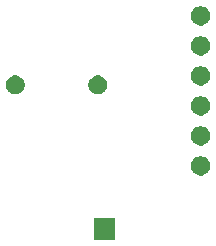
<source format=gbr>
G04 #@! TF.GenerationSoftware,KiCad,Pcbnew,(5.1.5)-3*
G04 #@! TF.CreationDate,2020-12-21T12:43:05+01:00*
G04 #@! TF.ProjectId,epimetheus_vl53l0x,6570696d-6574-4686-9575-735f766c3533,rev?*
G04 #@! TF.SameCoordinates,Original*
G04 #@! TF.FileFunction,Soldermask,Bot*
G04 #@! TF.FilePolarity,Negative*
%FSLAX46Y46*%
G04 Gerber Fmt 4.6, Leading zero omitted, Abs format (unit mm)*
G04 Created by KiCad (PCBNEW (5.1.5)-3) date 2020-12-21 12:43:05*
%MOMM*%
%LPD*%
G04 APERTURE LIST*
%ADD10C,0.100000*%
G04 APERTURE END LIST*
D10*
G36*
X171843000Y-44081000D02*
G01*
X170041000Y-44081000D01*
X170041000Y-42279000D01*
X171843000Y-42279000D01*
X171843000Y-44081000D01*
G37*
G36*
X179307142Y-37064242D02*
G01*
X179455101Y-37125529D01*
X179588255Y-37214499D01*
X179701501Y-37327745D01*
X179790471Y-37460899D01*
X179851758Y-37608858D01*
X179883000Y-37765925D01*
X179883000Y-37926075D01*
X179851758Y-38083142D01*
X179790471Y-38231101D01*
X179701501Y-38364255D01*
X179588255Y-38477501D01*
X179455101Y-38566471D01*
X179307142Y-38627758D01*
X179150075Y-38659000D01*
X178989925Y-38659000D01*
X178832858Y-38627758D01*
X178684899Y-38566471D01*
X178551745Y-38477501D01*
X178438499Y-38364255D01*
X178349529Y-38231101D01*
X178288242Y-38083142D01*
X178257000Y-37926075D01*
X178257000Y-37765925D01*
X178288242Y-37608858D01*
X178349529Y-37460899D01*
X178438499Y-37327745D01*
X178551745Y-37214499D01*
X178684899Y-37125529D01*
X178832858Y-37064242D01*
X178989925Y-37033000D01*
X179150075Y-37033000D01*
X179307142Y-37064242D01*
G37*
G36*
X179307142Y-34524242D02*
G01*
X179455101Y-34585529D01*
X179588255Y-34674499D01*
X179701501Y-34787745D01*
X179790471Y-34920899D01*
X179851758Y-35068858D01*
X179883000Y-35225925D01*
X179883000Y-35386075D01*
X179851758Y-35543142D01*
X179790471Y-35691101D01*
X179701501Y-35824255D01*
X179588255Y-35937501D01*
X179455101Y-36026471D01*
X179307142Y-36087758D01*
X179150075Y-36119000D01*
X178989925Y-36119000D01*
X178832858Y-36087758D01*
X178684899Y-36026471D01*
X178551745Y-35937501D01*
X178438499Y-35824255D01*
X178349529Y-35691101D01*
X178288242Y-35543142D01*
X178257000Y-35386075D01*
X178257000Y-35225925D01*
X178288242Y-35068858D01*
X178349529Y-34920899D01*
X178438499Y-34787745D01*
X178551745Y-34674499D01*
X178684899Y-34585529D01*
X178832858Y-34524242D01*
X178989925Y-34493000D01*
X179150075Y-34493000D01*
X179307142Y-34524242D01*
G37*
G36*
X179307142Y-31984242D02*
G01*
X179455101Y-32045529D01*
X179588255Y-32134499D01*
X179701501Y-32247745D01*
X179790471Y-32380899D01*
X179851758Y-32528858D01*
X179883000Y-32685925D01*
X179883000Y-32846075D01*
X179851758Y-33003142D01*
X179790471Y-33151101D01*
X179701501Y-33284255D01*
X179588255Y-33397501D01*
X179455101Y-33486471D01*
X179307142Y-33547758D01*
X179150075Y-33579000D01*
X178989925Y-33579000D01*
X178832858Y-33547758D01*
X178684899Y-33486471D01*
X178551745Y-33397501D01*
X178438499Y-33284255D01*
X178349529Y-33151101D01*
X178288242Y-33003142D01*
X178257000Y-32846075D01*
X178257000Y-32685925D01*
X178288242Y-32528858D01*
X178349529Y-32380899D01*
X178438499Y-32247745D01*
X178551745Y-32134499D01*
X178684899Y-32045529D01*
X178832858Y-31984242D01*
X178989925Y-31953000D01*
X179150075Y-31953000D01*
X179307142Y-31984242D01*
G37*
G36*
X163606642Y-30217781D02*
G01*
X163752414Y-30278162D01*
X163752416Y-30278163D01*
X163883608Y-30365822D01*
X163995178Y-30477392D01*
X164082837Y-30608584D01*
X164082838Y-30608586D01*
X164143219Y-30754358D01*
X164174000Y-30909107D01*
X164174000Y-31066893D01*
X164143219Y-31221642D01*
X164082838Y-31367414D01*
X164082837Y-31367416D01*
X163995178Y-31498608D01*
X163883608Y-31610178D01*
X163752416Y-31697837D01*
X163752415Y-31697838D01*
X163752414Y-31697838D01*
X163606642Y-31758219D01*
X163451893Y-31789000D01*
X163294107Y-31789000D01*
X163139358Y-31758219D01*
X162993586Y-31697838D01*
X162993585Y-31697838D01*
X162993584Y-31697837D01*
X162862392Y-31610178D01*
X162750822Y-31498608D01*
X162663163Y-31367416D01*
X162663162Y-31367414D01*
X162602781Y-31221642D01*
X162572000Y-31066893D01*
X162572000Y-30909107D01*
X162602781Y-30754358D01*
X162663162Y-30608586D01*
X162663163Y-30608584D01*
X162750822Y-30477392D01*
X162862392Y-30365822D01*
X162993584Y-30278163D01*
X162993586Y-30278162D01*
X163139358Y-30217781D01*
X163294107Y-30187000D01*
X163451893Y-30187000D01*
X163606642Y-30217781D01*
G37*
G36*
X170606642Y-30217781D02*
G01*
X170752414Y-30278162D01*
X170752416Y-30278163D01*
X170883608Y-30365822D01*
X170995178Y-30477392D01*
X171082837Y-30608584D01*
X171082838Y-30608586D01*
X171143219Y-30754358D01*
X171174000Y-30909107D01*
X171174000Y-31066893D01*
X171143219Y-31221642D01*
X171082838Y-31367414D01*
X171082837Y-31367416D01*
X170995178Y-31498608D01*
X170883608Y-31610178D01*
X170752416Y-31697837D01*
X170752415Y-31697838D01*
X170752414Y-31697838D01*
X170606642Y-31758219D01*
X170451893Y-31789000D01*
X170294107Y-31789000D01*
X170139358Y-31758219D01*
X169993586Y-31697838D01*
X169993585Y-31697838D01*
X169993584Y-31697837D01*
X169862392Y-31610178D01*
X169750822Y-31498608D01*
X169663163Y-31367416D01*
X169663162Y-31367414D01*
X169602781Y-31221642D01*
X169572000Y-31066893D01*
X169572000Y-30909107D01*
X169602781Y-30754358D01*
X169663162Y-30608586D01*
X169663163Y-30608584D01*
X169750822Y-30477392D01*
X169862392Y-30365822D01*
X169993584Y-30278163D01*
X169993586Y-30278162D01*
X170139358Y-30217781D01*
X170294107Y-30187000D01*
X170451893Y-30187000D01*
X170606642Y-30217781D01*
G37*
G36*
X179307142Y-29444242D02*
G01*
X179455101Y-29505529D01*
X179588255Y-29594499D01*
X179701501Y-29707745D01*
X179790471Y-29840899D01*
X179851758Y-29988858D01*
X179883000Y-30145925D01*
X179883000Y-30306075D01*
X179851758Y-30463142D01*
X179790471Y-30611101D01*
X179701501Y-30744255D01*
X179588255Y-30857501D01*
X179455101Y-30946471D01*
X179307142Y-31007758D01*
X179150075Y-31039000D01*
X178989925Y-31039000D01*
X178832858Y-31007758D01*
X178684899Y-30946471D01*
X178551745Y-30857501D01*
X178438499Y-30744255D01*
X178349529Y-30611101D01*
X178288242Y-30463142D01*
X178257000Y-30306075D01*
X178257000Y-30145925D01*
X178288242Y-29988858D01*
X178349529Y-29840899D01*
X178438499Y-29707745D01*
X178551745Y-29594499D01*
X178684899Y-29505529D01*
X178832858Y-29444242D01*
X178989925Y-29413000D01*
X179150075Y-29413000D01*
X179307142Y-29444242D01*
G37*
G36*
X179307142Y-26904242D02*
G01*
X179455101Y-26965529D01*
X179588255Y-27054499D01*
X179701501Y-27167745D01*
X179790471Y-27300899D01*
X179851758Y-27448858D01*
X179883000Y-27605925D01*
X179883000Y-27766075D01*
X179851758Y-27923142D01*
X179790471Y-28071101D01*
X179701501Y-28204255D01*
X179588255Y-28317501D01*
X179455101Y-28406471D01*
X179307142Y-28467758D01*
X179150075Y-28499000D01*
X178989925Y-28499000D01*
X178832858Y-28467758D01*
X178684899Y-28406471D01*
X178551745Y-28317501D01*
X178438499Y-28204255D01*
X178349529Y-28071101D01*
X178288242Y-27923142D01*
X178257000Y-27766075D01*
X178257000Y-27605925D01*
X178288242Y-27448858D01*
X178349529Y-27300899D01*
X178438499Y-27167745D01*
X178551745Y-27054499D01*
X178684899Y-26965529D01*
X178832858Y-26904242D01*
X178989925Y-26873000D01*
X179150075Y-26873000D01*
X179307142Y-26904242D01*
G37*
G36*
X179307142Y-24364242D02*
G01*
X179455101Y-24425529D01*
X179588255Y-24514499D01*
X179701501Y-24627745D01*
X179790471Y-24760899D01*
X179851758Y-24908858D01*
X179883000Y-25065925D01*
X179883000Y-25226075D01*
X179851758Y-25383142D01*
X179790471Y-25531101D01*
X179701501Y-25664255D01*
X179588255Y-25777501D01*
X179455101Y-25866471D01*
X179307142Y-25927758D01*
X179150075Y-25959000D01*
X178989925Y-25959000D01*
X178832858Y-25927758D01*
X178684899Y-25866471D01*
X178551745Y-25777501D01*
X178438499Y-25664255D01*
X178349529Y-25531101D01*
X178288242Y-25383142D01*
X178257000Y-25226075D01*
X178257000Y-25065925D01*
X178288242Y-24908858D01*
X178349529Y-24760899D01*
X178438499Y-24627745D01*
X178551745Y-24514499D01*
X178684899Y-24425529D01*
X178832858Y-24364242D01*
X178989925Y-24333000D01*
X179150075Y-24333000D01*
X179307142Y-24364242D01*
G37*
M02*

</source>
